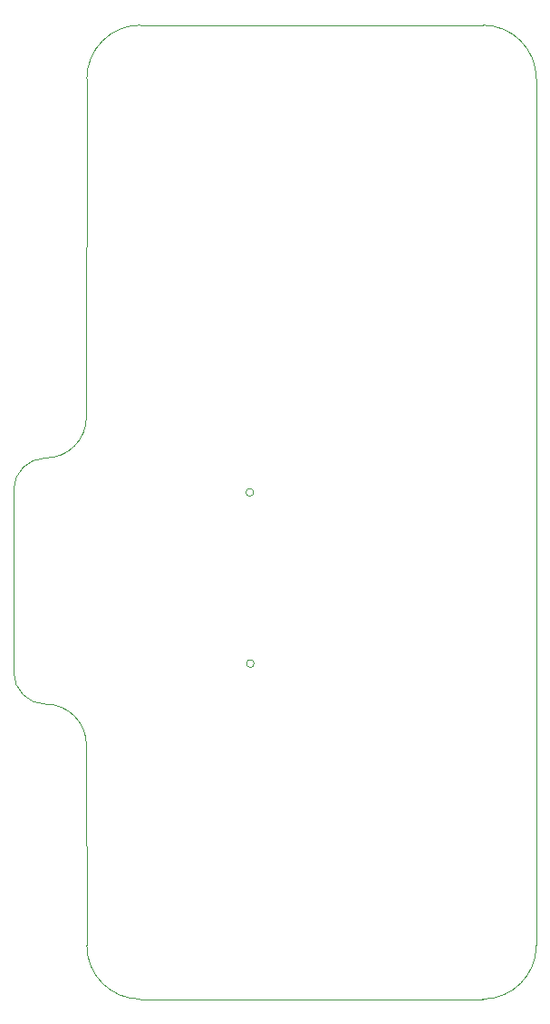
<source format=gbr>
%TF.GenerationSoftware,KiCad,Pcbnew,7.0.2*%
%TF.CreationDate,2023-07-17T10:41:54+03:00*%
%TF.ProjectId,DeskSmartFan,4465736b-536d-4617-9274-46616e2e6b69,rev?*%
%TF.SameCoordinates,Original*%
%TF.FileFunction,Profile,NP*%
%FSLAX46Y46*%
G04 Gerber Fmt 4.6, Leading zero omitted, Abs format (unit mm)*
G04 Created by KiCad (PCBNEW 7.0.2) date 2023-07-17 10:41:54*
%MOMM*%
%LPD*%
G01*
G04 APERTURE LIST*
%TA.AperFunction,Profile*%
%ADD10C,0.100000*%
%TD*%
G04 APERTURE END LIST*
D10*
X164140000Y-121655000D02*
X164140000Y-40655000D01*
X115300000Y-96100000D02*
G75*
G03*
X118300000Y-99100000I3000000J0D01*
G01*
X127140000Y-126655000D02*
X159140000Y-126655000D01*
X122100000Y-102900000D02*
X122140000Y-121655000D01*
X159140000Y-126655000D02*
G75*
G03*
X164140000Y-121655000I0J5000000D01*
G01*
X122140000Y-121655000D02*
G75*
G03*
X127140000Y-126655000I5000000J0D01*
G01*
X137770555Y-95304445D02*
G75*
G03*
X137770555Y-95304445I-360555J0D01*
G01*
X118300000Y-76100000D02*
G75*
G03*
X115300000Y-79100000I0J-3000000D01*
G01*
X127140000Y-35655000D02*
G75*
G03*
X122140000Y-40655000I0J-5000000D01*
G01*
X118300000Y-76100000D02*
G75*
G03*
X122100000Y-72300000I0J3800000D01*
G01*
X122100000Y-102900000D02*
G75*
G03*
X118300000Y-99100000I-3800000J0D01*
G01*
X164140000Y-40655000D02*
G75*
G03*
X159140000Y-35655000I-5000000J0D01*
G01*
X115300000Y-96100000D02*
X115300000Y-79100000D01*
X137730555Y-79305000D02*
G75*
G03*
X137730555Y-79305000I-360555J0D01*
G01*
X159140000Y-35655000D02*
X127140000Y-35655000D01*
X122100000Y-72300000D02*
X122140000Y-40655000D01*
M02*

</source>
